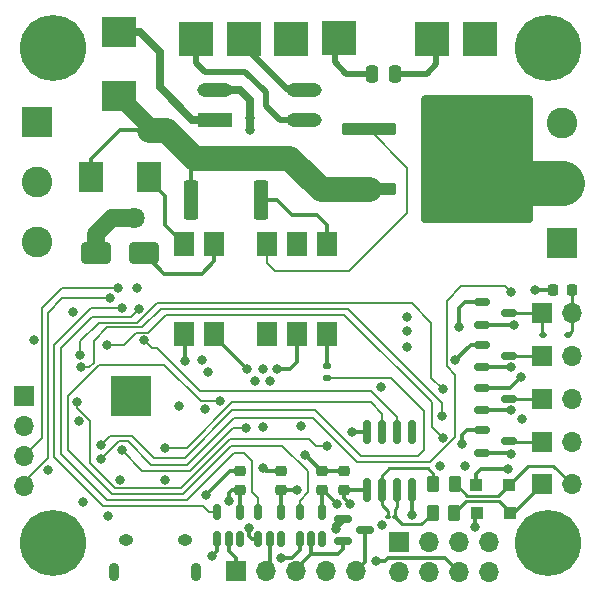
<source format=gbl>
G04 #@! TF.GenerationSoftware,KiCad,Pcbnew,(7.0.0)*
G04 #@! TF.CreationDate,2023-09-29T14:02:52-04:00*
G04 #@! TF.ProjectId,_HW_HotPlate,5f48575f-486f-4745-906c-6174652e6b69,rev?*
G04 #@! TF.SameCoordinates,Original*
G04 #@! TF.FileFunction,Copper,L4,Bot*
G04 #@! TF.FilePolarity,Positive*
%FSLAX46Y46*%
G04 Gerber Fmt 4.6, Leading zero omitted, Abs format (unit mm)*
G04 Created by KiCad (PCBNEW (7.0.0)) date 2023-09-29 14:02:52*
%MOMM*%
%LPD*%
G01*
G04 APERTURE LIST*
G04 Aperture macros list*
%AMRoundRect*
0 Rectangle with rounded corners*
0 $1 Rounding radius*
0 $2 $3 $4 $5 $6 $7 $8 $9 X,Y pos of 4 corners*
0 Add a 4 corners polygon primitive as box body*
4,1,4,$2,$3,$4,$5,$6,$7,$8,$9,$2,$3,0*
0 Add four circle primitives for the rounded corners*
1,1,$1+$1,$2,$3*
1,1,$1+$1,$4,$5*
1,1,$1+$1,$6,$7*
1,1,$1+$1,$8,$9*
0 Add four rect primitives between the rounded corners*
20,1,$1+$1,$2,$3,$4,$5,0*
20,1,$1+$1,$4,$5,$6,$7,0*
20,1,$1+$1,$6,$7,$8,$9,0*
20,1,$1+$1,$8,$9,$2,$3,0*%
G04 Aperture macros list end*
G04 #@! TA.AperFunction,ComponentPad*
%ADD10R,2.600000X2.600000*%
G04 #@! TD*
G04 #@! TA.AperFunction,ComponentPad*
%ADD11C,2.600000*%
G04 #@! TD*
G04 #@! TA.AperFunction,ComponentPad*
%ADD12R,1.700000X1.700000*%
G04 #@! TD*
G04 #@! TA.AperFunction,ComponentPad*
%ADD13O,1.700000X1.700000*%
G04 #@! TD*
G04 #@! TA.AperFunction,ComponentPad*
%ADD14C,3.600000*%
G04 #@! TD*
G04 #@! TA.AperFunction,ConnectorPad*
%ADD15C,5.600000*%
G04 #@! TD*
G04 #@! TA.AperFunction,ComponentPad*
%ADD16C,0.500000*%
G04 #@! TD*
G04 #@! TA.AperFunction,SMDPad,CuDef*
%ADD17R,3.350000X3.350000*%
G04 #@! TD*
G04 #@! TA.AperFunction,ComponentPad*
%ADD18O,0.890000X1.550000*%
G04 #@! TD*
G04 #@! TA.AperFunction,ComponentPad*
%ADD19O,1.250000X0.950000*%
G04 #@! TD*
G04 #@! TA.AperFunction,ComponentPad*
%ADD20R,3.000000X3.000000*%
G04 #@! TD*
G04 #@! TA.AperFunction,ComponentPad*
%ADD21C,1.800000*%
G04 #@! TD*
G04 #@! TA.AperFunction,SMDPad,CuDef*
%ADD22R,2.997200X1.193800*%
G04 #@! TD*
G04 #@! TA.AperFunction,SMDPad,CuDef*
%ADD23O,2.997200X1.193800*%
G04 #@! TD*
G04 #@! TA.AperFunction,SMDPad,CuDef*
%ADD24RoundRect,0.150000X0.150000X-0.512500X0.150000X0.512500X-0.150000X0.512500X-0.150000X-0.512500X0*%
G04 #@! TD*
G04 #@! TA.AperFunction,SMDPad,CuDef*
%ADD25RoundRect,0.250000X-0.362500X-1.425000X0.362500X-1.425000X0.362500X1.425000X-0.362500X1.425000X0*%
G04 #@! TD*
G04 #@! TA.AperFunction,SMDPad,CuDef*
%ADD26RoundRect,0.150000X-0.587500X-0.150000X0.587500X-0.150000X0.587500X0.150000X-0.587500X0.150000X0*%
G04 #@! TD*
G04 #@! TA.AperFunction,SMDPad,CuDef*
%ADD27RoundRect,0.250000X-2.050000X-0.300000X2.050000X-0.300000X2.050000X0.300000X-2.050000X0.300000X0*%
G04 #@! TD*
G04 #@! TA.AperFunction,SMDPad,CuDef*
%ADD28RoundRect,0.250000X-2.025000X-2.375000X2.025000X-2.375000X2.025000X2.375000X-2.025000X2.375000X0*%
G04 #@! TD*
G04 #@! TA.AperFunction,SMDPad,CuDef*
%ADD29RoundRect,0.250002X-4.449998X-5.149998X4.449998X-5.149998X4.449998X5.149998X-4.449998X5.149998X0*%
G04 #@! TD*
G04 #@! TA.AperFunction,SMDPad,CuDef*
%ADD30RoundRect,0.225000X0.250000X-0.225000X0.250000X0.225000X-0.250000X0.225000X-0.250000X-0.225000X0*%
G04 #@! TD*
G04 #@! TA.AperFunction,SMDPad,CuDef*
%ADD31RoundRect,0.250000X-1.000000X-0.650000X1.000000X-0.650000X1.000000X0.650000X-1.000000X0.650000X0*%
G04 #@! TD*
G04 #@! TA.AperFunction,SMDPad,CuDef*
%ADD32RoundRect,0.250000X0.262500X0.450000X-0.262500X0.450000X-0.262500X-0.450000X0.262500X-0.450000X0*%
G04 #@! TD*
G04 #@! TA.AperFunction,SMDPad,CuDef*
%ADD33RoundRect,0.250000X0.300000X0.300000X-0.300000X0.300000X-0.300000X-0.300000X0.300000X-0.300000X0*%
G04 #@! TD*
G04 #@! TA.AperFunction,SMDPad,CuDef*
%ADD34R,1.780000X2.000000*%
G04 #@! TD*
G04 #@! TA.AperFunction,SMDPad,CuDef*
%ADD35RoundRect,0.150000X-0.512500X-0.150000X0.512500X-0.150000X0.512500X0.150000X-0.512500X0.150000X0*%
G04 #@! TD*
G04 #@! TA.AperFunction,SMDPad,CuDef*
%ADD36RoundRect,0.100000X-0.130000X-0.100000X0.130000X-0.100000X0.130000X0.100000X-0.130000X0.100000X0*%
G04 #@! TD*
G04 #@! TA.AperFunction,SMDPad,CuDef*
%ADD37R,2.100000X2.600000*%
G04 #@! TD*
G04 #@! TA.AperFunction,SMDPad,CuDef*
%ADD38RoundRect,0.112500X0.187500X0.112500X-0.187500X0.112500X-0.187500X-0.112500X0.187500X-0.112500X0*%
G04 #@! TD*
G04 #@! TA.AperFunction,SMDPad,CuDef*
%ADD39RoundRect,0.135000X0.185000X-0.135000X0.185000X0.135000X-0.185000X0.135000X-0.185000X-0.135000X0*%
G04 #@! TD*
G04 #@! TA.AperFunction,SMDPad,CuDef*
%ADD40RoundRect,0.150000X0.150000X-0.825000X0.150000X0.825000X-0.150000X0.825000X-0.150000X-0.825000X0*%
G04 #@! TD*
G04 #@! TA.AperFunction,SMDPad,CuDef*
%ADD41R,2.895600X2.603500*%
G04 #@! TD*
G04 #@! TA.AperFunction,SMDPad,CuDef*
%ADD42RoundRect,0.250000X0.250000X0.475000X-0.250000X0.475000X-0.250000X-0.475000X0.250000X-0.475000X0*%
G04 #@! TD*
G04 #@! TA.AperFunction,SMDPad,CuDef*
%ADD43RoundRect,0.218750X-0.218750X-0.256250X0.218750X-0.256250X0.218750X0.256250X-0.218750X0.256250X0*%
G04 #@! TD*
G04 #@! TA.AperFunction,ViaPad*
%ADD44C,0.800000*%
G04 #@! TD*
G04 #@! TA.AperFunction,Conductor*
%ADD45C,0.304800*%
G04 #@! TD*
G04 #@! TA.AperFunction,Conductor*
%ADD46C,0.508000*%
G04 #@! TD*
G04 #@! TA.AperFunction,Conductor*
%ADD47C,0.635000*%
G04 #@! TD*
G04 #@! TA.AperFunction,Conductor*
%ADD48C,0.254000*%
G04 #@! TD*
G04 #@! TA.AperFunction,Conductor*
%ADD49C,1.524000*%
G04 #@! TD*
G04 #@! TA.AperFunction,Conductor*
%ADD50C,0.203200*%
G04 #@! TD*
G04 #@! TA.AperFunction,Conductor*
%ADD51C,0.177800*%
G04 #@! TD*
G04 #@! TA.AperFunction,Conductor*
%ADD52C,2.159000*%
G04 #@! TD*
G04 #@! TA.AperFunction,Conductor*
%ADD53C,3.810000*%
G04 #@! TD*
G04 APERTURE END LIST*
D10*
X162483799Y-147345399D03*
D11*
X162483800Y-142265400D03*
X162483800Y-137185400D03*
D12*
X134853999Y-175152599D03*
D13*
X137393999Y-175152599D03*
X139933999Y-175152599D03*
X142473999Y-175152599D03*
X145013999Y-175152599D03*
D14*
X119380000Y-130810000D03*
D15*
X119380000Y-130810000D03*
D12*
X116921999Y-160284799D03*
D13*
X116921999Y-162824799D03*
X116921999Y-165364799D03*
X116921999Y-167904799D03*
D12*
X160725799Y-164168399D03*
D13*
X163265799Y-164168399D03*
D16*
X124541200Y-158892200D03*
X124541200Y-159842200D03*
X124541200Y-160792200D03*
X124541200Y-161742200D03*
X125491200Y-158892200D03*
X125491200Y-159842200D03*
X125491200Y-160792200D03*
X125491200Y-161742200D03*
D17*
X125966199Y-160317199D03*
D16*
X126441200Y-158892200D03*
X126441200Y-159842200D03*
X126441200Y-160792200D03*
X126441200Y-161742200D03*
X127391200Y-158892200D03*
X127391200Y-159842200D03*
X127391200Y-160792200D03*
X127391200Y-161742200D03*
D12*
X160725799Y-153314799D03*
D13*
X163265799Y-153314799D03*
D14*
X161290000Y-172720000D03*
D15*
X161290000Y-172720000D03*
D12*
X160725799Y-160553799D03*
D13*
X163265799Y-160553799D03*
D12*
X148676999Y-172657599D03*
D13*
X148676999Y-175197599D03*
X151216999Y-172657599D03*
X151216999Y-175197599D03*
X153756999Y-172657599D03*
X153756999Y-175197599D03*
X156296999Y-172657599D03*
X156296999Y-175197599D03*
D12*
X160725799Y-156921599D03*
D13*
X163265799Y-156921599D03*
D10*
X118033599Y-137129599D03*
D11*
X118033600Y-142209600D03*
X118033600Y-147289600D03*
D14*
X161290000Y-130810000D03*
D15*
X161290000Y-130810000D03*
D14*
X119380000Y-172720000D03*
D15*
X119380000Y-172720000D03*
D18*
X124499999Y-175209199D03*
D19*
X125499999Y-172509199D03*
X130499999Y-172509199D03*
D18*
X131499999Y-175209199D03*
D12*
X160725799Y-167792799D03*
D13*
X163265799Y-167792799D03*
D20*
X131500399Y-130047999D03*
X135500399Y-130047999D03*
X139500399Y-130047999D03*
X143540399Y-130017999D03*
X151470399Y-130047999D03*
X155500399Y-130047999D03*
D21*
X127497600Y-137753400D03*
X126197600Y-145253400D03*
D22*
X133108699Y-136905999D03*
D23*
X133108699Y-134416799D03*
X140601699Y-134416799D03*
X140601699Y-136905999D03*
D24*
X138643400Y-172409700D03*
X137693400Y-172409700D03*
X136743400Y-172409700D03*
X136743400Y-170134700D03*
X138643400Y-170134700D03*
D25*
X130997100Y-143687800D03*
X136922100Y-143687800D03*
D26*
X143918700Y-172628600D03*
X143918700Y-170728600D03*
X145793700Y-171678600D03*
D27*
X146100800Y-142824200D03*
D28*
X152825800Y-137509200D03*
X152825800Y-143059200D03*
D29*
X155250800Y-140284200D03*
D28*
X157675800Y-137509200D03*
X157675800Y-143059200D03*
D27*
X146100800Y-137744200D03*
D30*
X142138400Y-168237200D03*
X142138400Y-166687200D03*
D31*
X123018800Y-148234400D03*
X127018800Y-148234400D03*
D32*
X153337900Y-170180000D03*
X151512900Y-170180000D03*
D33*
X157991000Y-167817800D03*
X155191000Y-167817800D03*
D34*
X130454399Y-147421599D03*
X132994399Y-147421599D03*
X132994399Y-155041599D03*
X130454399Y-155041599D03*
D35*
X155656700Y-161503400D03*
X155656700Y-159603400D03*
X157931700Y-160553400D03*
X155656700Y-154264400D03*
X155656700Y-152364400D03*
X157931700Y-153314400D03*
D36*
X147685800Y-170586400D03*
X148325800Y-170586400D03*
D37*
X127468799Y-141757399D03*
X122568799Y-141757399D03*
D30*
X144018000Y-168237200D03*
X144018000Y-166687200D03*
D35*
X155656700Y-157871200D03*
X155656700Y-155971200D03*
X157931700Y-156921200D03*
D38*
X162975000Y-155143200D03*
X160875000Y-155143200D03*
D39*
X142519400Y-158830200D03*
X142519400Y-157810200D03*
D33*
X158016400Y-170180000D03*
X155216400Y-170180000D03*
D40*
X149758400Y-168311600D03*
X148488400Y-168311600D03*
X147218400Y-168311600D03*
X145948400Y-168311600D03*
X145948400Y-163361600D03*
X147218400Y-163361600D03*
X148488400Y-163361600D03*
X149758400Y-163361600D03*
D41*
X124942599Y-134905749D03*
X124942599Y-129508249D03*
D30*
X138658600Y-168237200D03*
X138658600Y-166687200D03*
D24*
X135163600Y-172409700D03*
X134213600Y-172409700D03*
X133263600Y-172409700D03*
X133263600Y-170134700D03*
X135163600Y-170134700D03*
D32*
X153363300Y-167792400D03*
X151538300Y-167792400D03*
D42*
X148270000Y-133045200D03*
X146370000Y-133045200D03*
D24*
X142123200Y-172435100D03*
X141173200Y-172435100D03*
X140223200Y-172435100D03*
X140223200Y-170160100D03*
X142123200Y-170160100D03*
D30*
X135178800Y-168237200D03*
X135178800Y-166687200D03*
D34*
X142519399Y-155066999D03*
X139979399Y-155066999D03*
X137439399Y-155066999D03*
X137439399Y-147446999D03*
X139979399Y-147446999D03*
X142519399Y-147446999D03*
D43*
X161696300Y-151333200D03*
X163271300Y-151333200D03*
D35*
X155656700Y-165110200D03*
X155656700Y-163210200D03*
X157931700Y-164160200D03*
D44*
X159025832Y-162221940D03*
X137109200Y-157988000D03*
X131978400Y-157226000D03*
X137744200Y-159080200D03*
X137134600Y-166446200D03*
X153405417Y-157266217D03*
X138633200Y-173990000D03*
X158978600Y-158693486D03*
X135788400Y-157988000D03*
X124039174Y-170473826D03*
X136423400Y-159080200D03*
X118918900Y-166594700D03*
X132232400Y-161432300D03*
X117754400Y-155575000D03*
X137134600Y-162941000D03*
X153720800Y-154457400D03*
X157861000Y-166522400D03*
X149775580Y-170429015D03*
X121005600Y-153233100D03*
X124993400Y-167421500D03*
X121539000Y-162433000D03*
X132816600Y-173888400D03*
X135943289Y-171490700D03*
X155094600Y-171373800D03*
X132334000Y-168706800D03*
X138277600Y-157988000D03*
X154000200Y-164363400D03*
X140722500Y-165322100D03*
X121880174Y-169254626D03*
X126492000Y-151155400D03*
X143383000Y-169443400D03*
X144526000Y-169443400D03*
X140004800Y-168249600D03*
X129982100Y-161122500D03*
X128854200Y-167386000D03*
X132511800Y-158316100D03*
X134213600Y-169164000D03*
X140385800Y-162880100D03*
X147091400Y-159531300D03*
X149326600Y-156184600D03*
X143332200Y-171602400D03*
X160172400Y-151333200D03*
X149352000Y-154813000D03*
X149352000Y-153644600D03*
X147170967Y-171270527D03*
X154228800Y-166276045D03*
X152094747Y-166268853D03*
X136017000Y-137769600D03*
X136017000Y-136804400D03*
X128813500Y-164744400D03*
X124841000Y-151206200D03*
X124180600Y-152044400D03*
X144678400Y-163372800D03*
X146685000Y-174294800D03*
X158419800Y-154305000D03*
X135686800Y-163017200D03*
X125196600Y-164896800D03*
X130556000Y-157378400D03*
X123418600Y-164490400D03*
X123926600Y-155956000D03*
X152348747Y-163854947D03*
X121704100Y-157899100D03*
X152298400Y-162026600D03*
X121666000Y-156870400D03*
X152349200Y-159740600D03*
X142570200Y-164579753D03*
X121412000Y-160807400D03*
X123445726Y-165660526D03*
X158140400Y-151511000D03*
X127025400Y-155549600D03*
X158165800Y-165218686D03*
X158089600Y-161503400D03*
X158089600Y-157871200D03*
X125196600Y-152857200D03*
X126669800Y-152933400D03*
X133451600Y-160731200D03*
D45*
X154391400Y-163210200D02*
X154000200Y-163601400D01*
X157861000Y-166522400D02*
X155600400Y-166522400D01*
X139979400Y-157429200D02*
X139420600Y-157988000D01*
D46*
X148270000Y-133045200D02*
X150977600Y-133045200D01*
D45*
X139420600Y-157988000D02*
X138277600Y-157988000D01*
X139979400Y-155067000D02*
X139979400Y-157429200D01*
X154213600Y-152364400D02*
X153720800Y-152857200D01*
X155191000Y-166931800D02*
X155191000Y-167817800D01*
D46*
X151790400Y-132232400D02*
X151790400Y-130048000D01*
D45*
X142138400Y-166687200D02*
X142087600Y-166687200D01*
X145793700Y-171678600D02*
X145793700Y-174372900D01*
X155094600Y-171373800D02*
X155094600Y-170301800D01*
X137375600Y-166687200D02*
X137134600Y-166446200D01*
X145793700Y-174372900D02*
X145014000Y-175152600D01*
X154000200Y-163601400D02*
X154000200Y-164363400D01*
X155656700Y-163210200D02*
X154391400Y-163210200D01*
X154700434Y-155971200D02*
X153405417Y-157266217D01*
X155656700Y-155971200D02*
X154700434Y-155971200D01*
X140223200Y-173365200D02*
X139598400Y-173990000D01*
X149775580Y-170429015D02*
X149758400Y-170411835D01*
X132994400Y-155041600D02*
X132994400Y-155194000D01*
X140223200Y-172435100D02*
X140223200Y-173365200D01*
X135943289Y-172163689D02*
X136189300Y-172409700D01*
X153720800Y-152857200D02*
X153720800Y-154457400D01*
X155600400Y-166522400D02*
X155191000Y-166931800D01*
X155094600Y-170301800D02*
X155216400Y-170180000D01*
X142138400Y-166687200D02*
X144018000Y-166687200D01*
X134353600Y-166687200D02*
X132334000Y-168706800D01*
X135178800Y-166687200D02*
X134353600Y-166687200D01*
X158068686Y-159603400D02*
X155656700Y-159603400D01*
X138658600Y-166687200D02*
X137375600Y-166687200D01*
X133263600Y-173441400D02*
X132816600Y-173888400D01*
X155656700Y-152364400D02*
X154213600Y-152364400D01*
X142087600Y-166687200D02*
X140722500Y-165322100D01*
D46*
X150977600Y-133045200D02*
X151790400Y-132232400D01*
D45*
X139598400Y-173990000D02*
X138633200Y-173990000D01*
X136189300Y-172409700D02*
X136743400Y-172409700D01*
X149758400Y-170411835D02*
X149758400Y-168311600D01*
X135943289Y-171490700D02*
X135943289Y-172163689D01*
X132994400Y-155194000D02*
X135788400Y-157988000D01*
X158978600Y-158693486D02*
X158068686Y-159603400D01*
X133263600Y-172409700D02*
X133263600Y-173441400D01*
X144092400Y-168311600D02*
X144018000Y-168237200D01*
X140004800Y-168249600D02*
X139992400Y-168237200D01*
X143383000Y-169443400D02*
X142176800Y-168237200D01*
X145948400Y-168311600D02*
X144092400Y-168311600D01*
X144018000Y-168935400D02*
X144526000Y-169443400D01*
X142176800Y-168237200D02*
X142138400Y-168237200D01*
X135163600Y-170134700D02*
X135163600Y-168252400D01*
X142123200Y-170160100D02*
X142123200Y-168252400D01*
X134213600Y-168503600D02*
X134480000Y-168237200D01*
X134213600Y-169164000D02*
X134213600Y-168503600D01*
X138643400Y-168252400D02*
X138658600Y-168237200D01*
X139992400Y-168237200D02*
X138658600Y-168237200D01*
X138643400Y-170134700D02*
X138643400Y-168252400D01*
X135163600Y-168252400D02*
X135178800Y-168237200D01*
X144018000Y-168237200D02*
X144018000Y-168935400D01*
X134480000Y-168237200D02*
X135178800Y-168237200D01*
X161696300Y-151333200D02*
X160172400Y-151333200D01*
D47*
X143918700Y-170728600D02*
X143332200Y-171315100D01*
X143332200Y-171315100D02*
X143332200Y-171602400D01*
D46*
X144195800Y-133045200D02*
X143210400Y-132059800D01*
X143210400Y-132059800D02*
X143210400Y-130048000D01*
X146370000Y-133045200D02*
X144195800Y-133045200D01*
D48*
X151538300Y-167792400D02*
X151538300Y-166905300D01*
X151079200Y-166446200D02*
X147828000Y-166446200D01*
X151538300Y-166905300D02*
X151079200Y-166446200D01*
X147218400Y-167055800D02*
X147218400Y-168311600D01*
X147218400Y-168311600D02*
X147218400Y-169545000D01*
X147685800Y-170012400D02*
X147685800Y-170586400D01*
X147828000Y-166446200D02*
X147218400Y-167055800D01*
X147218400Y-169545000D02*
X147685800Y-170012400D01*
X150536885Y-171156015D02*
X148895415Y-171156015D01*
X148325800Y-169910800D02*
X148488400Y-169748200D01*
X148895415Y-171156015D02*
X148325800Y-170586400D01*
X151512900Y-170180000D02*
X150536885Y-171156015D01*
X148325800Y-170586400D02*
X148325800Y-169910800D01*
X148488400Y-169748200D02*
X148488400Y-168311600D01*
D45*
X143918700Y-172628600D02*
X143918700Y-173276500D01*
X143918700Y-173276500D02*
X143484200Y-173711000D01*
X139934000Y-174950200D02*
X139934000Y-175152600D01*
X141173200Y-172435100D02*
X141173200Y-173711000D01*
X143484200Y-173711000D02*
X141173200Y-173711000D01*
X141173200Y-173711000D02*
X139934000Y-174950200D01*
D48*
X157022600Y-168786200D02*
X154431400Y-168786200D01*
X161690600Y-166217600D02*
X163265800Y-167792800D01*
X157991000Y-167817800D02*
X157991000Y-167814800D01*
X157991000Y-167817800D02*
X157022600Y-168786200D01*
X154431400Y-168786200D02*
X153363300Y-167718100D01*
X157991000Y-167814800D02*
X159588200Y-166217600D01*
X153363300Y-167718100D02*
X153363300Y-167792400D01*
X159588200Y-166217600D02*
X161690600Y-166217600D01*
X158016400Y-170180000D02*
X158016400Y-170157600D01*
X157099000Y-169240200D02*
X154277700Y-169240200D01*
X158016400Y-170157600D02*
X157099000Y-169240200D01*
X158016400Y-170180000D02*
X158338600Y-170180000D01*
X154277700Y-169240200D02*
X153337900Y-170180000D01*
X158338600Y-170180000D02*
X160725800Y-167792800D01*
D47*
X135178800Y-134416800D02*
X133108700Y-134416800D01*
X136017000Y-136804400D02*
X136017000Y-135255000D01*
X136017000Y-135255000D02*
X135178800Y-134416800D01*
D49*
X123018800Y-146602200D02*
X124367600Y-145253400D01*
X124367600Y-145253400D02*
X126197600Y-145253400D01*
D47*
X136017000Y-136804400D02*
X136017000Y-137769600D01*
D49*
X123018800Y-148234400D02*
X123018800Y-146602200D01*
D48*
X163265800Y-154852400D02*
X162975000Y-155143200D01*
X163271300Y-151333200D02*
X163271300Y-153309300D01*
X163271300Y-153309300D02*
X163265800Y-153314800D01*
X163265800Y-153314800D02*
X163265800Y-154852400D01*
X157931700Y-153314400D02*
X157932100Y-153314800D01*
X160725800Y-154994000D02*
X160875000Y-155143200D01*
X160725800Y-153314800D02*
X160725800Y-154994000D01*
X157932100Y-153314800D02*
X160725800Y-153314800D01*
D50*
X130657600Y-164744400D02*
X128813500Y-164744400D01*
X147218400Y-163361600D02*
X147218400Y-161823400D01*
X147218400Y-161823400D02*
X146253200Y-160858200D01*
X134543800Y-160858200D02*
X130657600Y-164744400D01*
X146253200Y-160858200D02*
X134543800Y-160858200D01*
D51*
X124841000Y-151206200D02*
X120141110Y-151206200D01*
X118443300Y-152904010D02*
X118443300Y-163843500D01*
X120141110Y-151206200D02*
X118443300Y-152904010D01*
X118443300Y-163843500D02*
X116922000Y-165364800D01*
X118922800Y-153263600D02*
X118922800Y-165582600D01*
X118922800Y-165582600D02*
X116922000Y-167583400D01*
X120142000Y-152044400D02*
X118922800Y-153263600D01*
X116922000Y-167583400D02*
X116922000Y-167904800D01*
X124180600Y-152044400D02*
X120142000Y-152044400D01*
D49*
X124942600Y-134905750D02*
X127497600Y-137460750D01*
D45*
X130997100Y-143687800D02*
X130997100Y-140452700D01*
D52*
X131318000Y-140131800D02*
X139344400Y-140131800D01*
X142036800Y-142824200D02*
X146100800Y-142824200D01*
X139344400Y-140131800D02*
X142036800Y-142824200D01*
D45*
X127497600Y-137753400D02*
X125035000Y-137753400D01*
X122568800Y-140219600D02*
X122568800Y-141757400D01*
D49*
X127497600Y-137460750D02*
X127497600Y-137753400D01*
D52*
X128939600Y-137753400D02*
X131318000Y-140131800D01*
D45*
X125035000Y-137753400D02*
X122568800Y-140219600D01*
D52*
X127497600Y-137753400D02*
X128939600Y-137753400D01*
D45*
X130997100Y-140452700D02*
X131318000Y-140131800D01*
D53*
X162483800Y-142265400D02*
X157351600Y-142265400D01*
D45*
X144678400Y-163372800D02*
X144689600Y-163361600D01*
X144689600Y-163361600D02*
X145948400Y-163361600D01*
X147447000Y-174294800D02*
X147746600Y-173995200D01*
X152554600Y-173995200D02*
X153757000Y-175197600D01*
X147746600Y-173995200D02*
X152554600Y-173995200D01*
X146685000Y-174294800D02*
X147447000Y-174294800D01*
X134213600Y-173431200D02*
X134854000Y-174071600D01*
X134213600Y-172409700D02*
X134213600Y-173431200D01*
X134854000Y-174071600D02*
X134854000Y-175152600D01*
X137693400Y-174853200D02*
X137394000Y-175152600D01*
X137693400Y-172409700D02*
X137693400Y-174853200D01*
X158419800Y-154305000D02*
X158379200Y-154264400D01*
X158379200Y-154264400D02*
X155656700Y-154264400D01*
D48*
X157931700Y-164160200D02*
X157939900Y-164168400D01*
X157939900Y-164168400D02*
X160725800Y-164168400D01*
X157932100Y-160553800D02*
X160725800Y-160553800D01*
X157931700Y-160553400D02*
X157932100Y-160553800D01*
X157932100Y-156921600D02*
X157931700Y-156921200D01*
X160725800Y-156921600D02*
X157932100Y-156921600D01*
D50*
X134594600Y-163017200D02*
X130987800Y-166624000D01*
X135686800Y-163017200D02*
X134594600Y-163017200D01*
X126923800Y-166624000D02*
X125196600Y-164896800D01*
X130987800Y-166624000D02*
X126923800Y-166624000D01*
D45*
X130556000Y-157378400D02*
X130556000Y-155143200D01*
X130556000Y-155143200D02*
X130454400Y-155041600D01*
D50*
X134543800Y-161518600D02*
X130505200Y-165557200D01*
X150799800Y-161620200D02*
X150799800Y-164846000D01*
X124206000Y-163703000D02*
X123418600Y-164490400D01*
X127914400Y-165557200D02*
X126060200Y-163703000D01*
X142519400Y-158830200D02*
X148009800Y-158830200D01*
X150241000Y-165404800D02*
X145389600Y-165404800D01*
X150799800Y-164846000D02*
X150241000Y-165404800D01*
X130505200Y-165557200D02*
X127914400Y-165557200D01*
X126060200Y-163703000D02*
X124206000Y-163703000D01*
X145389600Y-165404800D02*
X141503400Y-161518600D01*
X148009800Y-158830200D02*
X150799800Y-161620200D01*
X141503400Y-161518600D02*
X134543800Y-161518600D01*
X151434800Y-160858200D02*
X143992600Y-153416000D01*
X143992600Y-153416000D02*
X128879600Y-153416000D01*
X125399800Y-155956000D02*
X123926600Y-155956000D01*
X128879600Y-153416000D02*
X127355600Y-154940000D01*
X126415800Y-154940000D02*
X125399800Y-155956000D01*
X152348747Y-163854947D02*
X151434800Y-162941000D01*
X127355600Y-154940000D02*
X126415800Y-154940000D01*
X151434800Y-162941000D02*
X151434800Y-160858200D01*
X122809000Y-155651200D02*
X122809000Y-157505400D01*
X123952000Y-154508200D02*
X122809000Y-155651200D01*
X152298400Y-160909000D02*
X144348200Y-152958800D01*
X122415300Y-157899100D02*
X121704100Y-157899100D01*
X122809000Y-157505400D02*
X122415300Y-157899100D01*
X152298400Y-162026600D02*
X152298400Y-160909000D01*
X128473200Y-152958800D02*
X126923800Y-154508200D01*
X126923800Y-154508200D02*
X123952000Y-154508200D01*
X144348200Y-152958800D02*
X128473200Y-152958800D01*
X128119213Y-152476200D02*
X126493613Y-154101800D01*
X152349200Y-159740600D02*
X151358600Y-158750000D01*
X149733000Y-152476200D02*
X128119213Y-152476200D01*
X151358600Y-158750000D02*
X151358600Y-154101800D01*
X121666000Y-155676600D02*
X121666000Y-156870400D01*
X151358600Y-154101800D02*
X149733000Y-152476200D01*
X126493613Y-154101800D02*
X123240800Y-154101800D01*
X123240800Y-154101800D02*
X121666000Y-155676600D01*
X122504200Y-162407600D02*
X121412000Y-161315400D01*
X124612400Y-168122600D02*
X122504200Y-166014400D01*
X134315200Y-163957000D02*
X130149600Y-168122600D01*
X122504200Y-166014400D02*
X122504200Y-162407600D01*
X142570200Y-164579753D02*
X141618153Y-164579753D01*
X140995400Y-163957000D02*
X134315200Y-163957000D01*
X121412000Y-161315400D02*
X121412000Y-160807400D01*
X141618153Y-164579753D02*
X140995400Y-163957000D01*
X130149600Y-168122600D02*
X124612400Y-168122600D01*
X153416000Y-163779200D02*
X151257000Y-165938200D01*
X153924000Y-151003000D02*
X152679400Y-152247600D01*
X134645400Y-162179000D02*
X130683000Y-166141400D01*
X141325600Y-162179000D02*
X134645400Y-162179000D01*
X124946052Y-164160200D02*
X123445726Y-165660526D01*
X127685800Y-166141400D02*
X125704600Y-164160200D01*
X130683000Y-166141400D02*
X127685800Y-166141400D01*
X151257000Y-165938200D02*
X145084800Y-165938200D01*
X125704600Y-164160200D02*
X124946052Y-164160200D01*
X158140400Y-151511000D02*
X157632400Y-151003000D01*
X153416000Y-158496000D02*
X153416000Y-163779200D01*
X145084800Y-165938200D02*
X141325600Y-162179000D01*
X152679400Y-157759400D02*
X153416000Y-158496000D01*
X157632400Y-151003000D02*
X153924000Y-151003000D01*
X152679400Y-152247600D02*
X152679400Y-157759400D01*
X146253200Y-159867600D02*
X148488400Y-162102800D01*
X128193800Y-156260800D02*
X131800600Y-159867600D01*
X127736600Y-156260800D02*
X128193800Y-156260800D01*
X127025400Y-155549600D02*
X127736600Y-156260800D01*
X131800600Y-159867600D02*
X146253200Y-159867600D01*
X148488400Y-162102800D02*
X148488400Y-163361600D01*
D46*
X135500400Y-130048000D02*
X135500400Y-130699800D01*
X135500400Y-130699800D02*
X139217400Y-134416800D01*
X139217400Y-134416800D02*
X140601700Y-134416800D01*
X137388600Y-134594600D02*
X135636000Y-132842000D01*
X140601700Y-136906000D02*
X138531600Y-136906000D01*
X131500400Y-132160800D02*
X131500400Y-130048000D01*
X138531600Y-136906000D02*
X137388600Y-135763000D01*
X137388600Y-135763000D02*
X137388600Y-134594600D01*
X135636000Y-132842000D02*
X132181600Y-132842000D01*
X132181600Y-132842000D02*
X131500400Y-132160800D01*
D45*
X128746000Y-149961600D02*
X131927600Y-149961600D01*
X127018800Y-148234400D02*
X128746000Y-149961600D01*
X131927600Y-149961600D02*
X132994400Y-148894800D01*
X132994400Y-148894800D02*
X132994400Y-147421600D01*
D47*
X128371600Y-131184650D02*
X128371600Y-134137400D01*
X126695200Y-129508250D02*
X128371600Y-131184650D01*
X124942600Y-129508250D02*
X126695200Y-129508250D01*
X131140200Y-136906000D02*
X133108700Y-136906000D01*
X128371600Y-134137400D02*
X131140200Y-136906000D01*
D50*
X138125200Y-149707600D02*
X137439400Y-149021800D01*
X144449800Y-149707600D02*
X138125200Y-149707600D01*
X149326600Y-144830800D02*
X144449800Y-149707600D01*
X137439400Y-149021800D02*
X137439400Y-147447000D01*
X149326600Y-140970000D02*
X149326600Y-144830800D01*
X146100800Y-137744200D02*
X149326600Y-140970000D01*
D45*
X158165800Y-165218686D02*
X158057314Y-165110200D01*
X158057314Y-165110200D02*
X155656700Y-165110200D01*
X158089600Y-161503400D02*
X155656700Y-161503400D01*
X158089600Y-157871200D02*
X155656700Y-157871200D01*
X128828800Y-145796000D02*
X128828800Y-143408400D01*
X130454400Y-147421600D02*
X128828800Y-145796000D01*
X127468800Y-142048400D02*
X127468800Y-141757400D01*
X128828800Y-143408400D02*
X127468800Y-142048400D01*
X136922100Y-143687800D02*
X138328400Y-143687800D01*
X142519400Y-145796000D02*
X142519400Y-147447000D01*
X138328400Y-143687800D02*
X139598400Y-144957800D01*
X141681200Y-144957800D02*
X142519400Y-145796000D01*
X139598400Y-144957800D02*
X141681200Y-144957800D01*
X142519400Y-157810200D02*
X142519400Y-155067000D01*
D50*
X132029200Y-169621200D02*
X132542700Y-170134700D01*
X119405400Y-165481000D02*
X123545600Y-169621200D01*
X123545600Y-169621200D02*
X132029200Y-169621200D01*
X132542700Y-170134700D02*
X133263600Y-170134700D01*
X125196600Y-152857200D02*
X122555000Y-152857200D01*
X122555000Y-152857200D02*
X119405400Y-156006800D01*
X119405400Y-156006800D02*
X119405400Y-165481000D01*
X136220200Y-168452800D02*
X136743400Y-168976000D01*
X120065800Y-165239700D02*
X123964700Y-169138600D01*
X120065800Y-156260800D02*
X120065800Y-165239700D01*
X130657600Y-169138600D02*
X134696200Y-165100000D01*
X125955400Y-153647800D02*
X122678800Y-153647800D01*
X134696200Y-165100000D02*
X135534400Y-165100000D01*
X126669800Y-152933400D02*
X125955400Y-153647800D01*
X136220200Y-165785800D02*
X136220200Y-168452800D01*
X136743400Y-168976000D02*
X136743400Y-170134700D01*
X122678800Y-153647800D02*
X120065800Y-156260800D01*
X123964700Y-169138600D02*
X130657600Y-169138600D01*
X135534400Y-165100000D02*
X136220200Y-165785800D01*
X140919200Y-168478200D02*
X140223200Y-169174200D01*
X138760200Y-164515800D02*
X140919200Y-166674800D01*
X130327400Y-168630600D02*
X134442200Y-164515800D01*
X120624600Y-164896800D02*
X124358400Y-168630600D01*
X134442200Y-164515800D02*
X138760200Y-164515800D01*
X123240800Y-157657800D02*
X120624600Y-160274000D01*
X120624600Y-160274000D02*
X120624600Y-164896800D01*
X128778000Y-157657800D02*
X123240800Y-157657800D01*
X131851400Y-160731200D02*
X128778000Y-157657800D01*
X133451600Y-160731200D02*
X131851400Y-160731200D01*
X140223200Y-169174200D02*
X140223200Y-170160100D01*
X140919200Y-166674800D02*
X140919200Y-168478200D01*
X124358400Y-168630600D02*
X130327400Y-168630600D01*
M02*

</source>
